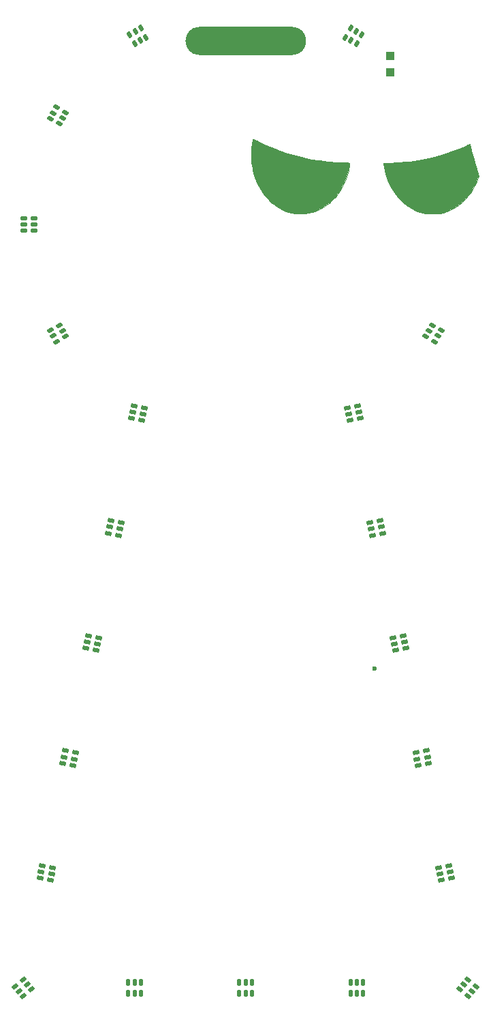
<source format=gbr>
%TF.GenerationSoftware,KiCad,Pcbnew,(6.0.1-0)*%
%TF.CreationDate,2022-05-13T10:35:13-07:00*%
%TF.ProjectId,badge_eda,62616467-655f-4656-9461-2e6b69636164,rev?*%
%TF.SameCoordinates,Original*%
%TF.FileFunction,Soldermask,Top*%
%TF.FilePolarity,Negative*%
%FSLAX46Y46*%
G04 Gerber Fmt 4.6, Leading zero omitted, Abs format (unit mm)*
G04 Created by KiCad (PCBNEW (6.0.1-0)) date 2022-05-13 10:35:13*
%MOMM*%
%LPD*%
G01*
G04 APERTURE LIST*
G04 Aperture macros list*
%AMRoundRect*
0 Rectangle with rounded corners*
0 $1 Rounding radius*
0 $2 $3 $4 $5 $6 $7 $8 $9 X,Y pos of 4 corners*
0 Add a 4 corners polygon primitive as box body*
4,1,4,$2,$3,$4,$5,$6,$7,$8,$9,$2,$3,0*
0 Add four circle primitives for the rounded corners*
1,1,$1+$1,$2,$3*
1,1,$1+$1,$4,$5*
1,1,$1+$1,$6,$7*
1,1,$1+$1,$8,$9*
0 Add four rect primitives between the rounded corners*
20,1,$1+$1,$2,$3,$4,$5,0*
20,1,$1+$1,$4,$5,$6,$7,0*
20,1,$1+$1,$6,$7,$8,$9,0*
20,1,$1+$1,$8,$9,$2,$3,0*%
G04 Aperture macros list end*
%ADD10C,0.010000*%
%ADD11RoundRect,0.050000X-0.500000X-0.500000X0.500000X-0.500000X0.500000X0.500000X-0.500000X0.500000X0*%
%ADD12RoundRect,0.050000X0.304164X0.264545X-0.382338X0.127742X-0.304164X-0.264545X0.382338X-0.127742X0*%
%ADD13RoundRect,0.050000X0.403106X-0.002358X-0.202623X0.348488X-0.403106X0.002358X0.202623X-0.348488X0*%
%ADD14RoundRect,0.050000X-0.382338X-0.127742X0.304164X-0.264545X0.382338X0.127742X-0.304164X0.264545X0*%
%ADD15RoundRect,0.050000X-0.143708X-0.376627X0.397438X0.067401X0.143708X0.376627X-0.397438X-0.067401X0*%
%ADD16RoundRect,0.050000X-0.403106X0.002358X0.202623X-0.348488X0.403106X-0.002358X-0.202623X0.348488X0*%
%ADD17RoundRect,0.050000X-0.347601X0.204141X0.000599X-0.403112X0.347601X-0.204141X-0.000599X0.403112X0*%
%ADD18RoundRect,0.050000X-0.202623X-0.348488X0.403106X0.002358X0.202623X0.348488X-0.403106X-0.002358X0*%
%ADD19RoundRect,0.050000X0.397438X-0.067401X-0.143708X0.376627X-0.397438X0.067401X0.143708X-0.376627X0*%
%ADD20O,15.000000X3.500000*%
%ADD21RoundRect,0.050000X0.200000X-0.350000X0.200000X0.350000X-0.200000X0.350000X-0.200000X-0.350000X0*%
%ADD22RoundRect,0.050000X-0.350000X-0.200000X0.350000X-0.200000X0.350000X0.200000X-0.350000X0.200000X0*%
%ADD23RoundRect,0.050000X0.000599X0.403112X-0.347601X-0.204141X-0.000599X-0.403112X0.347601X0.204141X0*%
%ADD24C,0.600000*%
G04 APERTURE END LIST*
D10*
%TO.C,Ref\u002A\u002A*%
X127916212Y-44504393D02*
X127970594Y-44526435D01*
X127970594Y-44526435D02*
X128052012Y-44562978D01*
X128052012Y-44562978D02*
X128155162Y-44611591D01*
X128155162Y-44611591D02*
X128274739Y-44669843D01*
X128274739Y-44669843D02*
X128369314Y-44717035D01*
X128369314Y-44717035D02*
X129317639Y-45172095D01*
X129317639Y-45172095D02*
X130273769Y-45585605D01*
X130273769Y-45585605D02*
X131237640Y-45957546D01*
X131237640Y-45957546D02*
X132209189Y-46287899D01*
X132209189Y-46287899D02*
X133188352Y-46576647D01*
X133188352Y-46576647D02*
X134175064Y-46823770D01*
X134175064Y-46823770D02*
X135169262Y-47029250D01*
X135169262Y-47029250D02*
X136170883Y-47193068D01*
X136170883Y-47193068D02*
X137179861Y-47315207D01*
X137179861Y-47315207D02*
X137422833Y-47338292D01*
X137422833Y-47338292D02*
X137701736Y-47362320D01*
X137701736Y-47362320D02*
X137961103Y-47382186D01*
X137961103Y-47382186D02*
X138211606Y-47398464D01*
X138211606Y-47398464D02*
X138463917Y-47411729D01*
X138463917Y-47411729D02*
X138728709Y-47422555D01*
X138728709Y-47422555D02*
X139016655Y-47431517D01*
X139016655Y-47431517D02*
X139269625Y-47437703D01*
X139269625Y-47437703D02*
X139477121Y-47442930D01*
X139477121Y-47442930D02*
X139643443Y-47448548D01*
X139643443Y-47448548D02*
X139769747Y-47454621D01*
X139769747Y-47454621D02*
X139857193Y-47461218D01*
X139857193Y-47461218D02*
X139906936Y-47468405D01*
X139906936Y-47468405D02*
X139920445Y-47475176D01*
X139920445Y-47475176D02*
X139916666Y-47516636D01*
X139916666Y-47516636D02*
X139906346Y-47591665D01*
X139906346Y-47591665D02*
X139890854Y-47692246D01*
X139890854Y-47692246D02*
X139871559Y-47810361D01*
X139871559Y-47810361D02*
X139849829Y-47937991D01*
X139849829Y-47937991D02*
X139827033Y-48067117D01*
X139827033Y-48067117D02*
X139804539Y-48189723D01*
X139804539Y-48189723D02*
X139783716Y-48297790D01*
X139783716Y-48297790D02*
X139765933Y-48383300D01*
X139765933Y-48383300D02*
X139763805Y-48392831D01*
X139763805Y-48392831D02*
X139619490Y-48943088D01*
X139619490Y-48943088D02*
X139438831Y-49478460D01*
X139438831Y-49478460D02*
X139223272Y-49995896D01*
X139223272Y-49995896D02*
X138974255Y-50492342D01*
X138974255Y-50492342D02*
X138693221Y-50964746D01*
X138693221Y-50964746D02*
X138381615Y-51410054D01*
X138381615Y-51410054D02*
X138271420Y-51551667D01*
X138271420Y-51551667D02*
X138153529Y-51692079D01*
X138153529Y-51692079D02*
X138011978Y-51849262D01*
X138011978Y-51849262D02*
X137856181Y-52013559D01*
X137856181Y-52013559D02*
X137695553Y-52175319D01*
X137695553Y-52175319D02*
X137539508Y-52324888D01*
X137539508Y-52324888D02*
X137397461Y-52452611D01*
X137397461Y-52452611D02*
X137369916Y-52476069D01*
X137369916Y-52476069D02*
X137124038Y-52669326D01*
X137124038Y-52669326D02*
X136852213Y-52858717D01*
X136852213Y-52858717D02*
X136564537Y-53038298D01*
X136564537Y-53038298D02*
X136271109Y-53202123D01*
X136271109Y-53202123D02*
X135982025Y-53344250D01*
X135982025Y-53344250D02*
X135707383Y-53458732D01*
X135707383Y-53458732D02*
X135689403Y-53465394D01*
X135689403Y-53465394D02*
X135261325Y-53604600D01*
X135261325Y-53604600D02*
X134833279Y-53706610D01*
X134833279Y-53706610D02*
X134406583Y-53772871D01*
X134406583Y-53772871D02*
X134288830Y-53782685D01*
X134288830Y-53782685D02*
X134139289Y-53789112D01*
X134139289Y-53789112D02*
X133968363Y-53792252D01*
X133968363Y-53792252D02*
X133786454Y-53792205D01*
X133786454Y-53792205D02*
X133603963Y-53789070D01*
X133603963Y-53789070D02*
X133431294Y-53782946D01*
X133431294Y-53782946D02*
X133278849Y-53773933D01*
X133278849Y-53773933D02*
X133157028Y-53762131D01*
X133157028Y-53762131D02*
X133147166Y-53760833D01*
X133147166Y-53760833D02*
X132680178Y-53676398D01*
X132680178Y-53676398D02*
X132224736Y-53551920D01*
X132224736Y-53551920D02*
X131782196Y-53388444D01*
X131782196Y-53388444D02*
X131353910Y-53187017D01*
X131353910Y-53187017D02*
X130941235Y-52948683D01*
X130941235Y-52948683D02*
X130545526Y-52674488D01*
X130545526Y-52674488D02*
X130168136Y-52365477D01*
X130168136Y-52365477D02*
X129810420Y-52022695D01*
X129810420Y-52022695D02*
X129473734Y-51647189D01*
X129473734Y-51647189D02*
X129159432Y-51240002D01*
X129159432Y-51240002D02*
X128868869Y-50802182D01*
X128868869Y-50802182D02*
X128603400Y-50334773D01*
X128603400Y-50334773D02*
X128535446Y-50202128D01*
X128535446Y-50202128D02*
X128321306Y-49736106D01*
X128321306Y-49736106D02*
X128138082Y-49253858D01*
X128138082Y-49253858D02*
X127984602Y-48751390D01*
X127984602Y-48751390D02*
X127859693Y-48224710D01*
X127859693Y-48224710D02*
X127762184Y-47669824D01*
X127762184Y-47669824D02*
X127735460Y-47477083D01*
X127735460Y-47477083D02*
X127721066Y-47334476D01*
X127721066Y-47334476D02*
X127709788Y-47157762D01*
X127709788Y-47157762D02*
X127701626Y-46955050D01*
X127701626Y-46955050D02*
X127696579Y-46734453D01*
X127696579Y-46734453D02*
X127694646Y-46504080D01*
X127694646Y-46504080D02*
X127695828Y-46272043D01*
X127695828Y-46272043D02*
X127700123Y-46046451D01*
X127700123Y-46046451D02*
X127707530Y-45835417D01*
X127707530Y-45835417D02*
X127718051Y-45647051D01*
X127718051Y-45647051D02*
X127731683Y-45489463D01*
X127731683Y-45489463D02*
X127735597Y-45455667D01*
X127735597Y-45455667D02*
X127753121Y-45320714D01*
X127753121Y-45320714D02*
X127773172Y-45178032D01*
X127773172Y-45178032D02*
X127794694Y-45034001D01*
X127794694Y-45034001D02*
X127816628Y-44895003D01*
X127816628Y-44895003D02*
X127837917Y-44767417D01*
X127837917Y-44767417D02*
X127857501Y-44657626D01*
X127857501Y-44657626D02*
X127874324Y-44572010D01*
X127874324Y-44572010D02*
X127887327Y-44516949D01*
X127887327Y-44516949D02*
X127894171Y-44499283D01*
X127894171Y-44499283D02*
X127916212Y-44504393D01*
X127916212Y-44504393D02*
X127916212Y-44504393D01*
G36*
X127916212Y-44504393D02*
G01*
X127970594Y-44526435D01*
X128052012Y-44562978D01*
X128155162Y-44611591D01*
X128274739Y-44669843D01*
X128369314Y-44717035D01*
X129317639Y-45172095D01*
X130273769Y-45585605D01*
X131237640Y-45957546D01*
X132209189Y-46287899D01*
X133188352Y-46576647D01*
X134175064Y-46823770D01*
X135169262Y-47029250D01*
X136170883Y-47193068D01*
X137179861Y-47315207D01*
X137422833Y-47338292D01*
X137701736Y-47362320D01*
X137961103Y-47382186D01*
X138211606Y-47398464D01*
X138463917Y-47411729D01*
X138728709Y-47422555D01*
X139016655Y-47431517D01*
X139269625Y-47437703D01*
X139477121Y-47442930D01*
X139643443Y-47448548D01*
X139769747Y-47454621D01*
X139857193Y-47461218D01*
X139906936Y-47468405D01*
X139920445Y-47475176D01*
X139916666Y-47516636D01*
X139906346Y-47591665D01*
X139890854Y-47692246D01*
X139871559Y-47810361D01*
X139849829Y-47937991D01*
X139827033Y-48067117D01*
X139804539Y-48189723D01*
X139783716Y-48297790D01*
X139765933Y-48383300D01*
X139763805Y-48392831D01*
X139619490Y-48943088D01*
X139438831Y-49478460D01*
X139223272Y-49995896D01*
X138974255Y-50492342D01*
X138693221Y-50964746D01*
X138381615Y-51410054D01*
X138271420Y-51551667D01*
X138153529Y-51692079D01*
X138011978Y-51849262D01*
X137856181Y-52013559D01*
X137695553Y-52175319D01*
X137539508Y-52324888D01*
X137397461Y-52452611D01*
X137369916Y-52476069D01*
X137124038Y-52669326D01*
X136852213Y-52858717D01*
X136564537Y-53038298D01*
X136271109Y-53202123D01*
X135982025Y-53344250D01*
X135707383Y-53458732D01*
X135689403Y-53465394D01*
X135261325Y-53604600D01*
X134833279Y-53706610D01*
X134406583Y-53772871D01*
X134288830Y-53782685D01*
X134139289Y-53789112D01*
X133968363Y-53792252D01*
X133786454Y-53792205D01*
X133603963Y-53789070D01*
X133431294Y-53782946D01*
X133278849Y-53773933D01*
X133157028Y-53762131D01*
X133147166Y-53760833D01*
X132680178Y-53676398D01*
X132224736Y-53551920D01*
X131782196Y-53388444D01*
X131353910Y-53187017D01*
X130941235Y-52948683D01*
X130545526Y-52674488D01*
X130168136Y-52365477D01*
X129810420Y-52022695D01*
X129473734Y-51647189D01*
X129159432Y-51240002D01*
X128868869Y-50802182D01*
X128603400Y-50334773D01*
X128535446Y-50202128D01*
X128321306Y-49736106D01*
X128138082Y-49253858D01*
X127984602Y-48751390D01*
X127859693Y-48224710D01*
X127762184Y-47669824D01*
X127735460Y-47477083D01*
X127721066Y-47334476D01*
X127709788Y-47157762D01*
X127701626Y-46955050D01*
X127696579Y-46734453D01*
X127694646Y-46504080D01*
X127695828Y-46272043D01*
X127700123Y-46046451D01*
X127707530Y-45835417D01*
X127718051Y-45647051D01*
X127731683Y-45489463D01*
X127735597Y-45455667D01*
X127753121Y-45320714D01*
X127773172Y-45178032D01*
X127794694Y-45034001D01*
X127816628Y-44895003D01*
X127837917Y-44767417D01*
X127857501Y-44657626D01*
X127874324Y-44572010D01*
X127887327Y-44516949D01*
X127894171Y-44499283D01*
X127916212Y-44504393D01*
G37*
X127916212Y-44504393D02*
X127970594Y-44526435D01*
X128052012Y-44562978D01*
X128155162Y-44611591D01*
X128274739Y-44669843D01*
X128369314Y-44717035D01*
X129317639Y-45172095D01*
X130273769Y-45585605D01*
X131237640Y-45957546D01*
X132209189Y-46287899D01*
X133188352Y-46576647D01*
X134175064Y-46823770D01*
X135169262Y-47029250D01*
X136170883Y-47193068D01*
X137179861Y-47315207D01*
X137422833Y-47338292D01*
X137701736Y-47362320D01*
X137961103Y-47382186D01*
X138211606Y-47398464D01*
X138463917Y-47411729D01*
X138728709Y-47422555D01*
X139016655Y-47431517D01*
X139269625Y-47437703D01*
X139477121Y-47442930D01*
X139643443Y-47448548D01*
X139769747Y-47454621D01*
X139857193Y-47461218D01*
X139906936Y-47468405D01*
X139920445Y-47475176D01*
X139916666Y-47516636D01*
X139906346Y-47591665D01*
X139890854Y-47692246D01*
X139871559Y-47810361D01*
X139849829Y-47937991D01*
X139827033Y-48067117D01*
X139804539Y-48189723D01*
X139783716Y-48297790D01*
X139765933Y-48383300D01*
X139763805Y-48392831D01*
X139619490Y-48943088D01*
X139438831Y-49478460D01*
X139223272Y-49995896D01*
X138974255Y-50492342D01*
X138693221Y-50964746D01*
X138381615Y-51410054D01*
X138271420Y-51551667D01*
X138153529Y-51692079D01*
X138011978Y-51849262D01*
X137856181Y-52013559D01*
X137695553Y-52175319D01*
X137539508Y-52324888D01*
X137397461Y-52452611D01*
X137369916Y-52476069D01*
X137124038Y-52669326D01*
X136852213Y-52858717D01*
X136564537Y-53038298D01*
X136271109Y-53202123D01*
X135982025Y-53344250D01*
X135707383Y-53458732D01*
X135689403Y-53465394D01*
X135261325Y-53604600D01*
X134833279Y-53706610D01*
X134406583Y-53772871D01*
X134288830Y-53782685D01*
X134139289Y-53789112D01*
X133968363Y-53792252D01*
X133786454Y-53792205D01*
X133603963Y-53789070D01*
X133431294Y-53782946D01*
X133278849Y-53773933D01*
X133157028Y-53762131D01*
X133147166Y-53760833D01*
X132680178Y-53676398D01*
X132224736Y-53551920D01*
X131782196Y-53388444D01*
X131353910Y-53187017D01*
X130941235Y-52948683D01*
X130545526Y-52674488D01*
X130168136Y-52365477D01*
X129810420Y-52022695D01*
X129473734Y-51647189D01*
X129159432Y-51240002D01*
X128868869Y-50802182D01*
X128603400Y-50334773D01*
X128535446Y-50202128D01*
X128321306Y-49736106D01*
X128138082Y-49253858D01*
X127984602Y-48751390D01*
X127859693Y-48224710D01*
X127762184Y-47669824D01*
X127735460Y-47477083D01*
X127721066Y-47334476D01*
X127709788Y-47157762D01*
X127701626Y-46955050D01*
X127696579Y-46734453D01*
X127694646Y-46504080D01*
X127695828Y-46272043D01*
X127700123Y-46046451D01*
X127707530Y-45835417D01*
X127718051Y-45647051D01*
X127731683Y-45489463D01*
X127735597Y-45455667D01*
X127753121Y-45320714D01*
X127773172Y-45178032D01*
X127794694Y-45034001D01*
X127816628Y-44895003D01*
X127837917Y-44767417D01*
X127857501Y-44657626D01*
X127874324Y-44572010D01*
X127887327Y-44516949D01*
X127894171Y-44499283D01*
X127916212Y-44504393D01*
X154841066Y-45164435D02*
X154858713Y-45223045D01*
X154858713Y-45223045D02*
X154886541Y-45316738D01*
X154886541Y-45316738D02*
X154923732Y-45442728D01*
X154923732Y-45442728D02*
X154969469Y-45598233D01*
X154969469Y-45598233D02*
X155022936Y-45780466D01*
X155022936Y-45780466D02*
X155083316Y-45986645D01*
X155083316Y-45986645D02*
X155149793Y-46213983D01*
X155149793Y-46213983D02*
X155221550Y-46459697D01*
X155221550Y-46459697D02*
X155297770Y-46721002D01*
X155297770Y-46721002D02*
X155377636Y-46995113D01*
X155377636Y-46995113D02*
X155410264Y-47107181D01*
X155410264Y-47107181D02*
X155980028Y-49064583D01*
X155980028Y-49064583D02*
X155907029Y-49276250D01*
X155907029Y-49276250D02*
X155711271Y-49787076D01*
X155711271Y-49787076D02*
X155484506Y-50275995D01*
X155484506Y-50275995D02*
X155228248Y-50741256D01*
X155228248Y-50741256D02*
X154944011Y-51181108D01*
X154944011Y-51181108D02*
X154633310Y-51593797D01*
X154633310Y-51593797D02*
X154297660Y-51977573D01*
X154297660Y-51977573D02*
X153938576Y-52330685D01*
X153938576Y-52330685D02*
X153557570Y-52651379D01*
X153557570Y-52651379D02*
X153156159Y-52937905D01*
X153156159Y-52937905D02*
X152735857Y-53188511D01*
X152735857Y-53188511D02*
X152366500Y-53371246D01*
X152366500Y-53371246D02*
X152193771Y-53443194D01*
X152193771Y-53443194D02*
X151993301Y-53517209D01*
X151993301Y-53517209D02*
X151779154Y-53588698D01*
X151779154Y-53588698D02*
X151565394Y-53653064D01*
X151565394Y-53653064D02*
X151366085Y-53705715D01*
X151366085Y-53705715D02*
X151287000Y-53723897D01*
X151287000Y-53723897D02*
X151214873Y-53739242D01*
X151214873Y-53739242D02*
X151150757Y-53751633D01*
X151150757Y-53751633D02*
X151088942Y-53761431D01*
X151088942Y-53761431D02*
X151023718Y-53768995D01*
X151023718Y-53768995D02*
X150949378Y-53774686D01*
X150949378Y-53774686D02*
X150860211Y-53778864D01*
X150860211Y-53778864D02*
X150750508Y-53781889D01*
X150750508Y-53781889D02*
X150614561Y-53784122D01*
X150614561Y-53784122D02*
X150446660Y-53785922D01*
X150446660Y-53785922D02*
X150281583Y-53787324D01*
X150281583Y-53787324D02*
X150076392Y-53788722D01*
X150076392Y-53788722D02*
X149908030Y-53789150D01*
X149908030Y-53789150D02*
X149771003Y-53788420D01*
X149771003Y-53788420D02*
X149659812Y-53786344D01*
X149659812Y-53786344D02*
X149568963Y-53782735D01*
X149568963Y-53782735D02*
X149492959Y-53777406D01*
X149492959Y-53777406D02*
X149426303Y-53770168D01*
X149426303Y-53770168D02*
X149363499Y-53760835D01*
X149363499Y-53760835D02*
X149329083Y-53754827D01*
X149329083Y-53754827D02*
X148992329Y-53683874D01*
X148992329Y-53683874D02*
X148674227Y-53595535D01*
X148674227Y-53595535D02*
X148361820Y-53485478D01*
X148361820Y-53485478D02*
X148042147Y-53349373D01*
X148042147Y-53349373D02*
X147868583Y-53266788D01*
X147868583Y-53266788D02*
X147434163Y-53029851D01*
X147434163Y-53029851D02*
X147018312Y-52755064D01*
X147018312Y-52755064D02*
X146799666Y-52589441D01*
X146799666Y-52589441D02*
X146669464Y-52480206D01*
X146669464Y-52480206D02*
X146521251Y-52345975D01*
X146521251Y-52345975D02*
X146363245Y-52194983D01*
X146363245Y-52194983D02*
X146203662Y-52035465D01*
X146203662Y-52035465D02*
X146050717Y-51875656D01*
X146050717Y-51875656D02*
X145912627Y-51723792D01*
X145912627Y-51723792D02*
X145797608Y-51588107D01*
X145797608Y-51588107D02*
X145785373Y-51572833D01*
X145785373Y-51572833D02*
X145454309Y-51122509D01*
X145454309Y-51122509D02*
X145157196Y-50647467D01*
X145157196Y-50647467D02*
X144894544Y-50148948D01*
X144894544Y-50148948D02*
X144666862Y-49628193D01*
X144666862Y-49628193D02*
X144474661Y-49086442D01*
X144474661Y-49086442D02*
X144318451Y-48524936D01*
X144318451Y-48524936D02*
X144198740Y-47944916D01*
X144198740Y-47944916D02*
X144143215Y-47577625D01*
X144143215Y-47577625D02*
X144128694Y-47466500D01*
X144128694Y-47466500D02*
X144559305Y-47466361D01*
X144559305Y-47466361D02*
X145079642Y-47458485D01*
X145079642Y-47458485D02*
X145628968Y-47435769D01*
X145628968Y-47435769D02*
X146196968Y-47399099D01*
X146196968Y-47399099D02*
X146773326Y-47349357D01*
X146773326Y-47349357D02*
X147347727Y-47287427D01*
X147347727Y-47287427D02*
X147909856Y-47214194D01*
X147909856Y-47214194D02*
X148418916Y-47135659D01*
X148418916Y-47135659D02*
X149288737Y-46973334D01*
X149288737Y-46973334D02*
X150161742Y-46777107D01*
X150161742Y-46777107D02*
X151031709Y-46548887D01*
X151031709Y-46548887D02*
X151892411Y-46290584D01*
X151892411Y-46290584D02*
X152737624Y-46004105D01*
X152737624Y-46004105D02*
X153561124Y-45691361D01*
X153561124Y-45691361D02*
X154356686Y-45354259D01*
X154356686Y-45354259D02*
X154621181Y-45233750D01*
X154621181Y-45233750D02*
X154705805Y-45195246D01*
X154705805Y-45195246D02*
X154774913Y-45165261D01*
X154774913Y-45165261D02*
X154820414Y-45147213D01*
X154820414Y-45147213D02*
X154834414Y-45143692D01*
X154834414Y-45143692D02*
X154841066Y-45164435D01*
X154841066Y-45164435D02*
X154841066Y-45164435D01*
G36*
X154841066Y-45164435D02*
G01*
X154858713Y-45223045D01*
X154886541Y-45316738D01*
X154923732Y-45442728D01*
X154969469Y-45598233D01*
X155022936Y-45780466D01*
X155083316Y-45986645D01*
X155149793Y-46213983D01*
X155221550Y-46459697D01*
X155297770Y-46721002D01*
X155377636Y-46995113D01*
X155410264Y-47107181D01*
X155980028Y-49064583D01*
X155907029Y-49276250D01*
X155711271Y-49787076D01*
X155484506Y-50275995D01*
X155228248Y-50741256D01*
X154944011Y-51181108D01*
X154633310Y-51593797D01*
X154297660Y-51977573D01*
X153938576Y-52330685D01*
X153557570Y-52651379D01*
X153156159Y-52937905D01*
X152735857Y-53188511D01*
X152366500Y-53371246D01*
X152193771Y-53443194D01*
X151993301Y-53517209D01*
X151779154Y-53588698D01*
X151565394Y-53653064D01*
X151366085Y-53705715D01*
X151287000Y-53723897D01*
X151214873Y-53739242D01*
X151150757Y-53751633D01*
X151088942Y-53761431D01*
X151023718Y-53768995D01*
X150949378Y-53774686D01*
X150860211Y-53778864D01*
X150750508Y-53781889D01*
X150614561Y-53784122D01*
X150446660Y-53785922D01*
X150281583Y-53787324D01*
X150076392Y-53788722D01*
X149908030Y-53789150D01*
X149771003Y-53788420D01*
X149659812Y-53786344D01*
X149568963Y-53782735D01*
X149492959Y-53777406D01*
X149426303Y-53770168D01*
X149363499Y-53760835D01*
X149329083Y-53754827D01*
X148992329Y-53683874D01*
X148674227Y-53595535D01*
X148361820Y-53485478D01*
X148042147Y-53349373D01*
X147868583Y-53266788D01*
X147434163Y-53029851D01*
X147018312Y-52755064D01*
X146799666Y-52589441D01*
X146669464Y-52480206D01*
X146521251Y-52345975D01*
X146363245Y-52194983D01*
X146203662Y-52035465D01*
X146050717Y-51875656D01*
X145912627Y-51723792D01*
X145797608Y-51588107D01*
X145785373Y-51572833D01*
X145454309Y-51122509D01*
X145157196Y-50647467D01*
X144894544Y-50148948D01*
X144666862Y-49628193D01*
X144474661Y-49086442D01*
X144318451Y-48524936D01*
X144198740Y-47944916D01*
X144143215Y-47577625D01*
X144128694Y-47466500D01*
X144559305Y-47466361D01*
X145079642Y-47458485D01*
X145628968Y-47435769D01*
X146196968Y-47399099D01*
X146773326Y-47349357D01*
X147347727Y-47287427D01*
X147909856Y-47214194D01*
X148418916Y-47135659D01*
X149288737Y-46973334D01*
X150161742Y-46777107D01*
X151031709Y-46548887D01*
X151892411Y-46290584D01*
X152737624Y-46004105D01*
X153561124Y-45691361D01*
X154356686Y-45354259D01*
X154621181Y-45233750D01*
X154705805Y-45195246D01*
X154774913Y-45165261D01*
X154820414Y-45147213D01*
X154834414Y-45143692D01*
X154841066Y-45164435D01*
G37*
X154841066Y-45164435D02*
X154858713Y-45223045D01*
X154886541Y-45316738D01*
X154923732Y-45442728D01*
X154969469Y-45598233D01*
X155022936Y-45780466D01*
X155083316Y-45986645D01*
X155149793Y-46213983D01*
X155221550Y-46459697D01*
X155297770Y-46721002D01*
X155377636Y-46995113D01*
X155410264Y-47107181D01*
X155980028Y-49064583D01*
X155907029Y-49276250D01*
X155711271Y-49787076D01*
X155484506Y-50275995D01*
X155228248Y-50741256D01*
X154944011Y-51181108D01*
X154633310Y-51593797D01*
X154297660Y-51977573D01*
X153938576Y-52330685D01*
X153557570Y-52651379D01*
X153156159Y-52937905D01*
X152735857Y-53188511D01*
X152366500Y-53371246D01*
X152193771Y-53443194D01*
X151993301Y-53517209D01*
X151779154Y-53588698D01*
X151565394Y-53653064D01*
X151366085Y-53705715D01*
X151287000Y-53723897D01*
X151214873Y-53739242D01*
X151150757Y-53751633D01*
X151088942Y-53761431D01*
X151023718Y-53768995D01*
X150949378Y-53774686D01*
X150860211Y-53778864D01*
X150750508Y-53781889D01*
X150614561Y-53784122D01*
X150446660Y-53785922D01*
X150281583Y-53787324D01*
X150076392Y-53788722D01*
X149908030Y-53789150D01*
X149771003Y-53788420D01*
X149659812Y-53786344D01*
X149568963Y-53782735D01*
X149492959Y-53777406D01*
X149426303Y-53770168D01*
X149363499Y-53760835D01*
X149329083Y-53754827D01*
X148992329Y-53683874D01*
X148674227Y-53595535D01*
X148361820Y-53485478D01*
X148042147Y-53349373D01*
X147868583Y-53266788D01*
X147434163Y-53029851D01*
X147018312Y-52755064D01*
X146799666Y-52589441D01*
X146669464Y-52480206D01*
X146521251Y-52345975D01*
X146363245Y-52194983D01*
X146203662Y-52035465D01*
X146050717Y-51875656D01*
X145912627Y-51723792D01*
X145797608Y-51588107D01*
X145785373Y-51572833D01*
X145454309Y-51122509D01*
X145157196Y-50647467D01*
X144894544Y-50148948D01*
X144666862Y-49628193D01*
X144474661Y-49086442D01*
X144318451Y-48524936D01*
X144198740Y-47944916D01*
X144143215Y-47577625D01*
X144128694Y-47466500D01*
X144559305Y-47466361D01*
X145079642Y-47458485D01*
X145628968Y-47435769D01*
X146196968Y-47399099D01*
X146773326Y-47349357D01*
X147347727Y-47287427D01*
X147909856Y-47214194D01*
X148418916Y-47135659D01*
X149288737Y-46973334D01*
X150161742Y-46777107D01*
X151031709Y-46548887D01*
X151892411Y-46290584D01*
X152737624Y-46004105D01*
X153561124Y-45691361D01*
X154356686Y-45354259D01*
X154621181Y-45233750D01*
X154705805Y-45195246D01*
X154774913Y-45165261D01*
X154820414Y-45147213D01*
X154834414Y-45143692D01*
X154841066Y-45164435D01*
%TD*%
D11*
%TO.C,TP1*%
X145000000Y-34200000D03*
%TD*%
D12*
%TO.C,D6*%
X152584212Y-136242742D03*
X152427866Y-135458169D03*
X152271520Y-134673595D03*
X150996588Y-134927658D03*
X151152934Y-135712231D03*
X151309280Y-136496805D03*
%TD*%
D13*
%TO.C,D1*%
X150504095Y-69648847D03*
X150905062Y-68956586D03*
X151306029Y-68264325D03*
X150181105Y-67612753D03*
X149780138Y-68305014D03*
X149379171Y-68997275D03*
%TD*%
D14*
%TO.C,D12*%
X101728480Y-134673595D03*
X101572134Y-135458169D03*
X101415788Y-136242742D03*
X102690720Y-136496805D03*
X102847066Y-135712231D03*
X103003412Y-134927658D03*
%TD*%
D15*
%TO.C,D11*%
X98354847Y-149653859D03*
X98862307Y-150272312D03*
X99369768Y-150890764D03*
X100374753Y-150066141D03*
X99867293Y-149447688D03*
X99359832Y-148829236D03*
%TD*%
D16*
%TO.C,D19*%
X103495905Y-40587153D03*
X103094938Y-41279414D03*
X102693971Y-41971675D03*
X103818895Y-42623247D03*
X104219862Y-41930986D03*
X104620829Y-41238725D03*
%TD*%
D17*
%TO.C,D20*%
X113959476Y-30762779D03*
X113265472Y-31160722D03*
X112571468Y-31558664D03*
X113218124Y-32686421D03*
X113912128Y-32288478D03*
X114606132Y-31890536D03*
%TD*%
D12*
%TO.C,D2*%
X141205012Y-79168942D03*
X141048666Y-78384369D03*
X140892320Y-77599795D03*
X139617388Y-77853858D03*
X139773734Y-78638431D03*
X139930080Y-79423005D03*
%TD*%
D18*
%TO.C,D17*%
X102693971Y-68264325D03*
X103094938Y-68956586D03*
X103495905Y-69648847D03*
X104620829Y-68997275D03*
X104219862Y-68305014D03*
X103818895Y-67612753D03*
%TD*%
D19*
%TO.C,D7*%
X154630232Y-150890764D03*
X155137693Y-150272312D03*
X155645153Y-149653859D03*
X154640168Y-148829236D03*
X154132707Y-149447688D03*
X153625247Y-150066141D03*
%TD*%
D12*
%TO.C,D3*%
X144049812Y-93443742D03*
X143893466Y-92659169D03*
X143737120Y-91874595D03*
X142462188Y-92128658D03*
X142618534Y-92913231D03*
X142774880Y-93697805D03*
%TD*%
D20*
%TO.C,REF\u002A\u002A*%
X127000000Y-32359600D03*
%TD*%
D21*
%TO.C,D9*%
X126200000Y-150510000D03*
X127000000Y-150510000D03*
X127800000Y-150510000D03*
X127800000Y-149210000D03*
X127000000Y-149210000D03*
X126200000Y-149210000D03*
%TD*%
D14*
%TO.C,D16*%
X113107680Y-77599795D03*
X112951334Y-78384369D03*
X112794988Y-79168942D03*
X114069920Y-79423005D03*
X114226266Y-78638431D03*
X114382612Y-77853858D03*
%TD*%
D22*
%TO.C,D18*%
X99375200Y-54318000D03*
X99375200Y-55118000D03*
X99375200Y-55918000D03*
X100675200Y-55918000D03*
X100675200Y-55118000D03*
X100675200Y-54318000D03*
%TD*%
D14*
%TO.C,D13*%
X104573280Y-120424195D03*
X104416934Y-121208769D03*
X104260588Y-121993342D03*
X105535520Y-122247405D03*
X105691866Y-121462831D03*
X105848212Y-120678258D03*
%TD*%
%TO.C,D15*%
X110262880Y-91874595D03*
X110106534Y-92659169D03*
X109950188Y-93443742D03*
X111225120Y-93697805D03*
X111381466Y-92913231D03*
X111537812Y-92128658D03*
%TD*%
D12*
%TO.C,D5*%
X149739412Y-121993342D03*
X149583066Y-121208769D03*
X149426720Y-120424195D03*
X148151788Y-120678258D03*
X148308134Y-121462831D03*
X148464480Y-122247405D03*
%TD*%
D23*
%TO.C,D21*%
X141428532Y-31558664D03*
X140734528Y-31160722D03*
X140040524Y-30762779D03*
X139393868Y-31890536D03*
X140087872Y-32288478D03*
X140781876Y-32686421D03*
%TD*%
D14*
%TO.C,D14*%
X107418080Y-106149395D03*
X107261734Y-106933969D03*
X107105388Y-107718542D03*
X108380320Y-107972605D03*
X108536666Y-107188031D03*
X108693012Y-106403458D03*
%TD*%
D11*
%TO.C,TP2*%
X145000000Y-36200000D03*
%TD*%
D21*
%TO.C,D8*%
X140017600Y-150510000D03*
X140817600Y-150510000D03*
X141617600Y-150510000D03*
X141617600Y-149210000D03*
X140817600Y-149210000D03*
X140017600Y-149210000D03*
%TD*%
%TO.C,D10*%
X112382400Y-150510000D03*
X113182400Y-150510000D03*
X113982400Y-150510000D03*
X113982400Y-149210000D03*
X113182400Y-149210000D03*
X112382400Y-149210000D03*
%TD*%
D12*
%TO.C,D4*%
X146894612Y-107718542D03*
X146738266Y-106933969D03*
X146581920Y-106149395D03*
X145306988Y-106403458D03*
X145463334Y-107188031D03*
X145619680Y-107972605D03*
%TD*%
D24*
%TO.C,MK1*%
X143000000Y-110230000D03*
%TD*%
M02*

</source>
